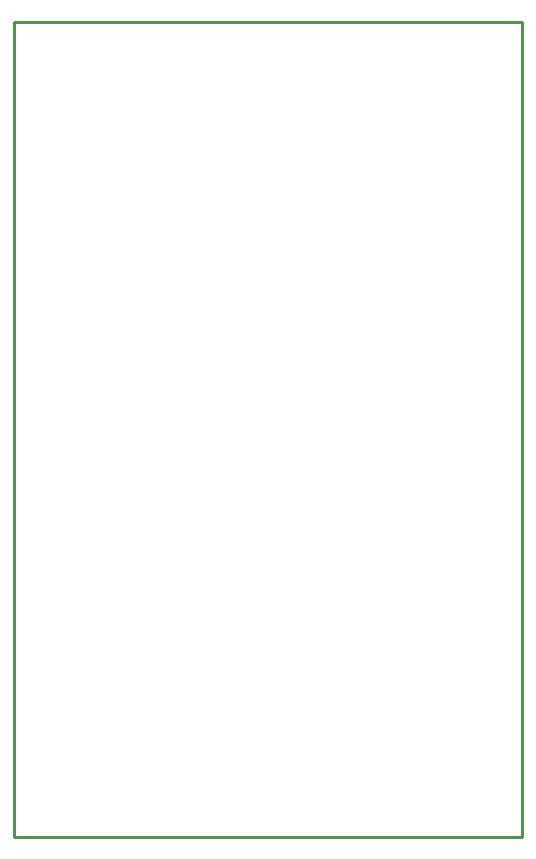
<source format=gko>
G04 Layer: BoardOutline*
G04 EasyEDA v6.1.41, Thu, 16 May 2019 15:27:20 GMT*
G04 2d326a8386664dfebb0799a9ee8975a2,41c397309db345c68939c290f9bc7d8a,10*
G04 Gerber Generator version 0.2*
G04 Scale: 100 percent, Rotated: No, Reflected: No *
G04 Dimensions in millimeters *
G04 leading zeros omitted , absolute positions ,3 integer and 3 decimal *
%FSLAX33Y33*%
%MOMM*%
G90*
G71D02*

%ADD10C,0.254000*%
G54D10*
G01X0Y68999D02*
G01X42999Y68999D01*
G01X42999Y0D01*
G01X0Y0D01*
G01X0Y68999D01*

%LPD*%
M00*
M02*

</source>
